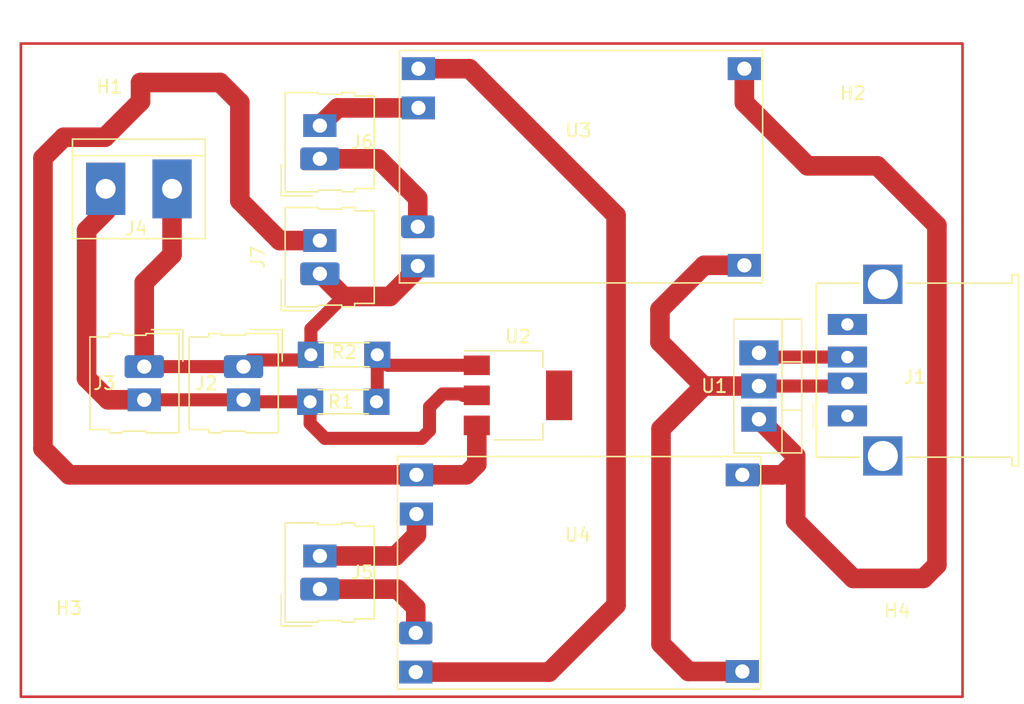
<source format=kicad_pcb>
(kicad_pcb (version 20211014) (generator pcbnew)
  (layers (0 "F.Cu" signal) (31 "B.Cu" signal) (34 "B.Paste" user) (35 "F.Paste" user) (36 "B.SilkS" user "B.Silkscreen") (37 "F.SilkS" user "F.Silkscreen") (38 "B.Mask" user) (39 "F.Mask" user) (44 "Edge.Cuts" user))
  (net 0 "")
  (net 4 "batery1-")
  (net 5 "batery1+")
  (net 6 "batery2-")
  (net 7 "batery2+")
  (net 8 "solarPanel+")
  (net 9 "solarPanel-")
  (net 10 "battery-")
  (net 11 "battery+")
  (net 12 "5v+")
  (net 13 "5.0v_bat")
  (net 14 "battery_series")
  (net 15 "Net-(R1-Pad2)")
  (footprint "smart_sensor:Package_TO_SOT_THT__TO-220-3_Vertical_solar_charger" (layer "F.Cu") (at 158.8775 50.465 -90)
    (fp_text reference "U1" (at 0.135 9.2775 unlocked) (layer "F.SilkS"))
    (fp_text value "LM7805_TO220")
    (fp_line (start -4.99 2.59) (end -4.99 7.77) (layer "F.SilkS") (width 0.12))
    (fp_line (start 1.981 2.59) (end 1.981 4.1) (layer "F.SilkS") (width 0.12))
    (fp_line (start -5 7.79) (end 5.25 7.78) (layer "F.SilkS") (width 0.12))
    (fp_line (start -4.99 4.1) (end 5.25 4.1) (layer "F.SilkS") (width 0.12))
    (fp_line (start 5.25 2.59) (end 5.25 7.78) (layer "F.SilkS") (width 0.12))
    (fp_line (start -1.72 2.59) (end -1.72 4.1) (layer "F.SilkS") (width 0.12))
    (fp_line (start -4.99 2.59) (end 5.25 2.59) (layer "F.SilkS") (width 0.12))
    (pad "1" thru_hole rect (at -2.41 5.86 270) (size 1.905 3) (drill 1.1) (layers *.Cu *.Mask) (net 8 "solarPanel+"))
    (pad "2" thru_hole rect (at 0.13 5.86 270) (size 1.905 2.7) (drill 1.1) (layers *.Cu *.Mask) (net 9 "solarPanel-"))
    (pad "3" thru_hole rect (at 2.67 5.86 270) (size 1.905 2.7) (drill 1.1) (layers *.Cu *.Mask) (net 12 "5v+"))
  )
  (footprint "smart_sensor:TerminalBlock__TerminalBlock_bornier-2_P5.08mm" (layer "F.Cu") (at 105.6 40.8 180)
    (fp_text reference "J4" (at 0.25 2.255 unlocked) (layer "F.SilkS"))
    (fp_text value "Screw_Terminal_01x02")
    (fp_line (start 5.13 9.11) (end 5.13 1.49) (layer "F.SilkS") (width 0.12))
    (fp_line (start 5.13 1.49) (end -5.03 1.49) (layer "F.SilkS") (width 0.12))
    (fp_line (start -5.03 9.11) (end 5.13 9.11) (layer "F.SilkS") (width 0.12))
    (fp_line (start -5.03 1.49) (end -5.03 9.11) (layer "F.SilkS") (width 0.12))
    (fp_line (start 5.13 7.84) (end -5.03 7.84) (layer "F.SilkS") (width 0.12))
    (pad "1" thru_hole rect (at -2.49 5.3 180) (size 3 4.5) (drill 1.52) (layers *.Cu *.Mask) (net 10 "battery-"))
    (pad "2" thru_hole rect (at 2.59 5.3 180) (size 3 4) (drill 1.52) (layers *.Cu *.Mask) (net 13 "5.0v_bat"))
  )
  (footprint "MountingHole:MountingHole_2mm" (layer "F.Cu") (at 100.2 70.8)
    (fp_text reference "H3" (at 0 -3.2) (layer "F.SilkS"))
    (fp_text value "MountingHole")
    (pad "" np_thru_hole circle (at 0 0) (size 2 2) (drill 2) (layers *.Cu *.Mask))
  )
  (footprint "smart_sensor:Connector_Molex_Molex_SL_171971-0004_1x02_P2.54mm_Vertical_squares" (layer "F.Cu") (at 117.8017 50.378 -90)
    (fp_text reference "J2" (at 0.02 7.0925 unlocked) (layer "F.SilkS"))
    (fp_text value "capacitor2")
    (fp_line (start -4.1 1.28) (end -1.69 1.28) (layer "F.SilkS") (width 0.12))
    (fp_line (start -3.8 1.58) (end -3.8 4.11) (layer "F.SilkS") (width 0.12))
    (fp_line (start 3.8 1.58) (end -3.8 1.58) (layer "F.SilkS") (width 0.12))
    (fp_line (start 3.8 6.9) (end 3.8 5.92) (layer "F.SilkS") (width 0.12))
    (fp_line (start -4.1 3.69) (end -4.1 1.28) (layer "F.SilkS") (width 0.12))
    (fp_line (start -3.8 6.9) (end -3.54 6.9) (layer "F.SilkS") (width 0.12))
    (fp_line (start 3.67 4.11) (end 3.8 4.11) (layer "F.SilkS") (width 0.12))
    (fp_line (start 3.54 8.4) (end 3.54 6.9) (layer "F.SilkS") (width 0.12))
    (fp_line (start 3.67 5.92) (end 3.67 4.11) (layer "F.SilkS") (width 0.12))
    (fp_line (start 3.8 4.11) (end 3.8 1.58) (layer "F.SilkS") (width 0.12))
    (fp_line (start 3.54 6.9) (end 3.8 6.9) (layer "F.SilkS") (width 0.12))
    (fp_line (start -3.54 8.4) (end 3.54 8.4) (layer "F.SilkS") (width 0.12))
    (fp_line (start -3.54 6.9) (end -3.54 8.4) (layer "F.SilkS") (width 0.12))
    (fp_line (start -3.8 5.92) (end -3.8 6.9) (layer "F.SilkS") (width 0.12))
    (fp_line (start -3.67 5.92) (end -3.8 5.92) (layer "F.SilkS") (width 0.12))
    (fp_line (start 3.8 5.92) (end 3.67 5.92) (layer "F.SilkS") (width 0.12))
    (fp_line (start -3.8 4.11) (end -3.67 4.11) (layer "F.SilkS") (width 0.12))
    (fp_line (start -3.67 4.11) (end -3.67 5.92) (layer "F.SilkS") (width 0.12))
    (pad "1" thru_hole roundrect (at -1.27 4.24 270) (size 1.74 3) (drill 1.09) (layers *.Cu *.Mask) (roundrect_rratio 0.143678) (net 10 "battery-"))
    (pad "2" thru_hole rect (at 1.27 4.24 270) (size 1.74 2.54) (drill 1.09) (layers *.Cu *.Mask) (net 13 "5.0v_bat"))
  )
  (footprint "Package_TO_SOT_SMD:SOT-223-3_TabPin2" (layer "F.Cu") (at 134.5692 51.308)
    (fp_text reference "U2" (at 0 -4.5) (layer "F.SilkS"))
    (fp_text value "LM1117-ADJ")
    (fp_line (start 1.91 -3.41) (end 1.91 -2.15) (layer "F.SilkS") (width 0.12))
    (fp_line (start -4.1 -3.41) (end 1.91 -3.41) (layer "F.SilkS") (width 0.12))
    (fp_line (start -1.85 3.41) (end 1.91 3.41) (layer "F.SilkS") (width 0.12))
    (fp_line (start 1.91 3.41) (end 1.91 2.15) (layer "F.SilkS") (width 0.12))
    (pad "1" smd rect (at -3.15 -2.3) (size 2 1.5) (layers "F.Cu" "F.Paste" "F.Mask") (net 15 "Net-(R1-Pad2)"))
    (pad "2" smd rect (at 3.15 0) (size 2 3.8) (layers "F.Cu" "F.Paste" "F.Mask") (net 13 "5.0v_bat"))
    (pad "2" smd rect (at -3.15 0) (size 2 1.5) (layers "F.Cu" "F.Paste" "F.Mask") (net 13 "5.0v_bat"))
    (pad "3" smd rect (at -3.15 2.3) (size 2 1.5) (layers "F.Cu" "F.Paste" "F.Mask") (net 11 "battery+"))
  )
  (footprint "MountingHole:MountingHole_2mm" (layer "F.Cu") (at 163.6 71)
    (fp_text reference "H4" (at 0 -3.2) (layer "F.SilkS"))
    (fp_text value "MountingHole")
    (pad "" np_thru_hole circle (at 0 0) (size 2 2) (drill 2) (layers *.Cu *.Mask))
  )
  (footprint "smart_sensor:Connector_Molex_Molex_SL_171971-0004_1x02_P2.54mm_Vertical_squares" (layer "F.Cu") (at 115.1675 31.93 90)
    (fp_text reference "J6" (at 0 7.4825 unlocked) (layer "F.SilkS"))
    (fp_text value "Conn_01x02_Female")
    (fp_line (start 3.54 8.4) (end 3.54 6.9) (layer "F.SilkS") (width 0.12))
    (fp_line (start 3.67 4.11) (end 3.8 4.11) (layer "F.SilkS") (width 0.12))
    (fp_line (start -3.67 5.92) (end -3.8 5.92) (layer "F.SilkS") (width 0.12))
    (fp_line (start 3.8 6.9) (end 3.8 5.92) (layer "F.SilkS") (width 0.12))
    (fp_line (start -3.8 1.58) (end -3.8 4.11) (layer "F.SilkS") (width 0.12))
    (fp_line (start -4.1 1.28) (end -1.69 1.28) (layer "F.SilkS") (width 0.12))
    (fp_line (start 3.8 4.11) (end 3.8 1.58) (layer "F.SilkS") (width 0.12))
    (fp_line (start -3.8 5.92) (end -3.8 6.9) (layer "F.SilkS") (width 0.12))
    (fp_line (start -3.8 6.9) (end -3.54 6.9) (layer "F.SilkS") (width 0.12))
    (fp_line (start -3.8 4.11) (end -3.67 4.11) (layer "F.SilkS") (width 0.12))
    (fp_line (start 3.8 5.92) (end 3.67 5.92) (layer "F.SilkS") (width 0.12))
    (fp_line (start -3.67 4.11) (end -3.67 5.92) (layer "F.SilkS") (width 0.12))
    (fp_line (start 3.8 1.58) (end -3.8 1.58) (layer "F.SilkS") (width 0.12))
    (fp_line (start 3.54 6.9) (end 3.8 6.9) (layer "F.SilkS") (width 0.12))
    (fp_line (start -4.1 3.69) (end -4.1 1.28) (layer "F.SilkS") (width 0.12))
    (fp_line (start 3.67 5.92) (end 3.67 4.11) (layer "F.SilkS") (width 0.12))
    (fp_line (start -3.54 6.9) (end -3.54 8.4) (layer "F.SilkS") (width 0.12))
    (fp_line (start -3.54 8.4) (end 3.54 8.4) (layer "F.SilkS") (width 0.12))
    (pad "1" thru_hole roundrect (at -1.27 4.24 90) (size 1.74 3) (drill 1.09) (layers *.Cu *.Mask) (roundrect_rratio 0.143678) (net 6 "batery2-"))
    (pad "2" thru_hole rect (at 1.27 4.24 90) (size 1.74 2.54) (drill 1.09) (layers *.Cu *.Mask) (net 7 "batery2+"))
  )
  (footprint "MountingHole:MountingHole_2mm" (layer "F.Cu") (at 100.07 27.8)
    (fp_text reference "H1" (at 3.23 -0.12) (layer "F.SilkS"))
    (fp_text value "MountingHole")
    (pad "" np_thru_hole circle (at 0 0) (size 2 2) (drill 2) (layers *.Cu *.Mask))
  )
  (footprint "smart_sensor:Connector_Molex_Molex_SL_171971-0004_1x02_P2.54mm_Vertical_squares" (layer "F.Cu") (at 115.1675 40.73 90)
    (fp_text reference "J7" (at 0 -0.5 90 unlocked) (layer "F.SilkS"))
    (fp_text value "capacitor1")
    (fp_line (start -3.54 8.4) (end 3.54 8.4) (layer "F.SilkS") (width 0.12))
    (fp_line (start 3.67 5.92) (end 3.67 4.11) (layer "F.SilkS") (width 0.12))
    (fp_line (start -3.8 4.11) (end -3.67 4.11) (layer "F.SilkS") (width 0.12))
    (fp_line (start -4.1 3.69) (end -4.1 1.28) (layer "F.SilkS") (width 0.12))
    (fp_line (start -3.8 1.58) (end -3.8 4.11) (layer "F.SilkS") (width 0.12))
    (fp_line (start -4.1 1.28) (end -1.69 1.28) (layer "F.SilkS") (width 0.12))
    (fp_line (start 3.67 4.11) (end 3.8 4.11) (layer "F.SilkS") (width 0.12))
    (fp_line (start 3.54 8.4) (end 3.54 6.9) (layer "F.SilkS") (width 0.12))
    (fp_line (start 3.8 6.9) (end 3.8 5.92) (layer "F.SilkS") (width 0.12))
    (fp_line (start 3.8 1.58) (end -3.8 1.58) (layer "F.SilkS") (width 0.12))
    (fp_line (start -3.67 5.92) (end -3.8 5.92) (layer "F.SilkS") (width 0.12))
    (fp_line (start -3.8 5.92) (end -3.8 6.9) (layer "F.SilkS") (width 0.12))
    (fp_line (start -3.54 6.9) (end -3.54 8.4) (layer "F.SilkS") (width 0.12))
    (fp_line (start -3.67 4.11) (end -3.67 5.92) (layer "F.SilkS") (width 0.12))
    (fp_line (start 3.8 5.92) (end 3.67 5.92) (layer "F.SilkS") (width 0.12))
    (fp_line (start 3.8 4.11) (end 3.8 1.58) (layer "F.SilkS") (width 0.12))
    (fp_line (start 3.54 6.9) (end 3.8 6.9) (layer "F.SilkS") (width 0.12))
    (fp_line (start -3.8 6.9) (end -3.54 6.9) (layer "F.SilkS") (width 0.12))
    (pad "1" thru_hole roundrect (at -1.27 4.24 90) (size 1.74 3) (drill 1.09) (layers *.Cu *.Mask) (roundrect_rratio 0.143678) (net 10 "battery-"))
    (pad "2" thru_hole rect (at 1.27 4.24 90) (size 1.74 2.54) (drill 1.09) (layers *.Cu *.Mask) (net 11 "battery+"))
  )
  (footprint "Resistor_THT:R_Axial_DIN0204_L3.6mm_D1.6mm_P5.08mm_Horizontal" (layer "F.Cu") (at 123.8 48.2 180)
    (fp_text reference "R2" (at 2.54 0.2) (layer "F.SilkS"))
    (fp_text value "R")
    (fp_line (start 0.62 0.92) (end 4.46 0.92) (layer "F.SilkS") (width 0.12))
    (fp_line (start 0.62 -0.92) (end 4.46 -0.92) (layer "F.SilkS") (width 0.12))
    (pad "1" thru_hole rect (at 0 0 180) (size 2 2) (drill 1) (layers *.Cu *.Mask) (net 15 "Net-(R1-Pad2)"))
    (pad "2" thru_hole rect (at 5.08 0 180) (size 2 2) (drill 1) (layers *.Cu *.Mask) (net 10 "battery-"))
  )
  (footprint "smart_sensor:tp4056" (layer "F.Cu") (at 139.5002 30.9028 180)
    (fp_text reference "U3" (at 0.305 -0.13 unlocked) (layer "F.SilkS"))
    (fp_text value "TP4056_complete_module")
    (fp_line (start 14 6) (end 14 -11.8) (layer "F.SilkS") (width 0.12))
    (fp_line (start -13.8 6) (end 13.95 6) (layer "F.SilkS") (width 0.12))
    (fp_line (start 14 -11.8) (end -13.75 -11.8) (layer "F.SilkS") (width 0.12))
    (fp_line (start -13.8 -11.8) (end -13.8 6) (layer "F.SilkS") (width 0.12))
    (pad "1" thru_hole roundrect (at 12.6 -7.5 270) (size 1.74 2.54) (drill 1.09) (layers *.Cu *.Mask) (roundrect_rratio 0.143678) (net 6 "batery2-"))
    (pad "2" thru_hole rect (at 12.55 1.6 270) (size 1.74 2.54) (drill 1.09) (layers *.Cu *.Mask) (net 7 "batery2+"))
    (pad "3" thru_hole rect (at 12.6 -10.5 270) (size 1.74 2.54) (drill 1.09) (layers *.Cu *.Mask) (net 10 "battery-"))
    (pad "4" thru_hole rect (at 12.55 4.6 270) (size 1.74 2.54) (drill 1.09) (layers *.Cu *.Mask) (net 14 "battery_series"))
    (pad "5" thru_hole rect (at -12.4 -10.45 270) (size 1.74 2.54) (drill 1.09) (layers *.Cu *.Mask) (net 9 "solarPanel-"))
    (pad "6" thru_hole rect (at -12.4 4.6 270) (size 1.74 2.54) (drill 1.09) (layers *.Cu *.Mask) (net 12 "5v+"))
  )
  (footprint "smart_sensor:Connector_Molex_Molex_SL_171971-0004_1x02_P2.54mm_Vertical_squares" (layer "F.Cu") (at 110.2017 50.378 -90)
    (fp_text reference "J3" (at 0 7.2825 unlocked) (layer "F.SilkS"))
    (fp_text value "Conn_01x02_Female")
    (fp_line (start -3.8 1.58) (end -3.8 4.11) (layer "F.SilkS") (width 0.12))
    (fp_line (start 3.67 4.11) (end 3.8 4.11) (layer "F.SilkS") (width 0.12))
    (fp_line (start -3.54 8.4) (end 3.54 8.4) (layer "F.SilkS") (width 0.12))
    (fp_line (start -3.8 6.9) (end -3.54 6.9) (layer "F.SilkS") (width 0.12))
    (fp_line (start -3.54 6.9) (end -3.54 8.4) (layer "F.SilkS") (width 0.12))
    (fp_line (start -3.67 5.92) (end -3.8 5.92) (layer "F.SilkS") (width 0.12))
    (fp_line (start 3.54 6.9) (end 3.8 6.9) (layer "F.SilkS") (width 0.12))
    (fp_line (start -3.8 5.92) (end -3.8 6.9) (layer "F.SilkS") (width 0.12))
    (fp_line (start -3.8 4.11) (end -3.67 4.11) (layer "F.SilkS") (width 0.12))
    (fp_line (start 3.54 8.4) (end 3.54 6.9) (layer "F.SilkS") (width 0.12))
    (fp_line (start 3.67 5.92) (end 3.67 4.11) (layer "F.SilkS") (width 0.12))
    (fp_line (start -3.67 4.11) (end -3.67 5.92) (layer "F.SilkS") (width 0.12))
    (fp_line (start -4.1 3.69) (end -4.1 1.28) (layer "F.SilkS") (width 0.12))
    (fp_line (start 3.8 5.92) (end 3.67 5.92) (layer "F.SilkS") (width 0.12))
    (fp_line (start 3.8 1.58) (end -3.8 1.58) (layer "F.SilkS") (width 0.12))
    (fp_line (start 3.8 4.11) (end 3.8 1.58) (layer "F.SilkS") (width 0.12))
    (fp_line (start -4.1 1.28) (end -1.69 1.28) (layer "F.SilkS") (width 0.12))
    (fp_line (start 3.8 6.9) (end 3.8 5.92) (layer "F.SilkS") (width 0.12))
    (pad "1" thru_hole roundrect (at -1.27 4.24 270) (size 1.74 3) (drill 1.09) (layers *.Cu *.Mask) (roundrect_rratio 0.143678) (net 10 "battery-"))
    (pad "2" thru_hole rect (at 1.27 4.24 270) (size 1.74 2.54) (drill 1.09) (layers *.Cu *.Mask) (net 13 "5.0v_bat"))
  )
  (footprint "smart_sensor:Connector_USB__USB_A_Molex_67643_Horizontal" (layer "F.Cu") (at 170.5108 50.0976 90)
    (fp_text reference "J1" (at 0.2 -5.56 unlocked) (layer "F.SilkS"))
    (fp_text value "USB_A")
    (fp_line (start -5.94 1.86) (end -5.94 -6.25) (layer "F.SilkS") (width 0.12))
    (fp_line (start 8.03 1.86) (end 7.38 1.86) (layer "F.SilkS") (width 0.12))
    (fp_line (start -6.59 1.86) (end -6.59 2.38) (layer "F.SilkS") (width 0.12))
    (fp_line (start -3.68 -13.32) (end -1.88 -13.32) (layer "F.SilkS") (width 0.12))
    (fp_line (start 7.38 -6.25) (end 7.38 1.86) (layer "F.SilkS") (width 0.12))
    (fp_line (start 8.03 2.38) (end 8.03 1.86) (layer "F.SilkS") (width 0.12))
    (fp_line (start -5.94 1.86) (end -6.59 1.86) (layer "F.SilkS") (width 0.12))
    (fp_line (start -5.94 -13.1) (end -5.94 -9.77) (layer "F.SilkS") (width 0.12))
    (fp_line (start -6.59 2.38) (end 8.03 2.38) (layer "F.SilkS") (width 0.12))
    (fp_line (start -5.94 -13.1) (end 7.38 -13.1) (layer "F.SilkS") (width 0.12))
    (fp_line (start 7.38 -13.1) (end 7.38 -9.77) (layer "F.SilkS") (width 0.12))
    (pad "1" thru_hole rect (at -2.78 -10.72 90) (size 1.6 3) (drill 0.95) (layers *.Cu *.Mask))
    (pad "2" thru_hole rect (at -0.28 -10.72 90) (size 1.6 3) (drill 0.95) (layers *.Cu *.Mask) (net 9 "solarPanel-"))
    (pad "3" thru_hole rect (at 1.72 -10.72 90) (size 1.6 3) (drill 0.95) (layers *.Cu *.Mask) (net 8 "solarPanel+"))
    (pad "4" thru_hole rect (at 4.22 -10.72 90) (size 1.6 3) (drill 0.95) (layers *.Cu *.Mask))
    (pad "5" thru_hole custom (at 7.29 -8.01 90) (size 3 3) (drill 2.3) (layers *.Cu *.Mask) (options (clearance outline) (anchor rect)) (primitives))
    (pad "5" thru_hole rect (at -5.85 -8.01 90) (size 3 3) (drill 2.3) (layers *.Cu *.Mask))
  )
  (footprint "MountingHole:MountingHole_2mm" (layer "F.Cu") (at 163.8 28.2)
    (fp_text reference "H2" (at -3.59 -0.02) (layer "F.SilkS"))
    (fp_text value "MountingHole")
    (pad "" np_thru_hole circle (at 0 0) (size 2 2) (drill 2) (layers *.Cu *.Mask))
  )
  (footprint "smart_sensor:Connector_Molex_Molex_SL_171971-0004_1x02_P2.54mm_Vertical_squares" (layer "F.Cu") (at 115.1675 64.8716 90)
    (fp_text reference "J5" (at 0 7.4825 unlocked) (layer "F.SilkS"))
    (fp_text value "Conn_01x02_Female")
    (fp_line (start 3.67 4.11) (end 3.8 4.11) (layer "F.SilkS") (width 0.12))
    (fp_line (start -3.54 6.9) (end -3.54 8.4) (layer "F.SilkS") (width 0.12))
    (fp_line (start 3.54 6.9) (end 3.8 6.9) (layer "F.SilkS") (width 0.12))
    (fp_line (start -4.1 3.69) (end -4.1 1.28) (layer "F.SilkS") (width 0.12))
    (fp_line (start 3.67 5.92) (end 3.67 4.11) (layer "F.SilkS") (width 0.12))
    (fp_line (start 3.54 8.4) (end 3.54 6.9) (layer "F.SilkS") (width 0.12))
    (fp_line (start 3.8 6.9) (end 3.8 5.92) (layer "F.SilkS") (width 0.12))
    (fp_line (start 3.8 5.92) (end 3.67 5.92) (layer "F.SilkS") (width 0.12))
    (fp_line (start -4.1 1.28) (end -1.69 1.28) (layer "F.SilkS") (width 0.12))
    (fp_line (start -3.8 6.9) (end -3.54 6.9) (layer "F.SilkS") (width 0.12))
    (fp_line (start -3.67 5.92) (end -3.8 5.92) (layer "F.SilkS") (width 0.12))
    (fp_line (start 3.8 4.11) (end 3.8 1.58) (layer "F.SilkS") (width 0.12))
    (fp_line (start -3.8 5.92) (end -3.8 6.9) (layer "F.SilkS") (width 0.12))
    (fp_line (start -3.67 4.11) (end -3.67 5.92) (layer "F.SilkS") (width 0.12))
    (fp_line (start -3.8 1.58) (end -3.8 4.11) (layer "F.SilkS") (width 0.12))
    (fp_line (start 3.8 1.58) (end -3.8 1.58) (layer "F.SilkS") (width 0.12))
    (fp_line (start -3.54 8.4) (end 3.54 8.4) (layer "F.SilkS") (width 0.12))
    (fp_line (start -3.8 4.11) (end -3.67 4.11) (layer "F.SilkS") (width 0.12))
    (pad "1" thru_hole roundrect (at -1.27 4.24 90) (size 1.74 3) (drill 1.09) (layers *.Cu *.Mask) (roundrect_rratio 0.143678) (net 4 "batery1-"))
    (pad "2" thru_hole rect (at 1.27 4.24 90) (size 1.74 2.54) (drill 1.09) (layers *.Cu *.Mask) (net 5 "batery1+"))
  )
  (footprint "Resistor_THT:R_Axial_DIN0204_L3.6mm_D1.6mm_P5.08mm_Horizontal" (layer "F.Cu") (at 118.66 51.8)
    (fp_text reference "R1" (at 2.34 0) (layer "F.SilkS"))
    (fp_text value "R")
    (fp_line (start 0.62 -0.92) (end 4.46 -0.92) (layer "F.SilkS") (width 0.12))
    (fp_line (start 0.62 0.92) (end 4.46 0.92) (layer "F.SilkS") (width 0.12))
    (pad "1" thru_hole rect (at 0 0) (size 2 2) (drill 1) (layers *.Cu *.Mask) (net 13 "5.0v_bat"))
    (pad "2" thru_hole rect (at 5.08 0) (size 2 2) (drill 1) (layers *.Cu *.Mask) (net 15 "Net-(R1-Pad2)"))
  )
  (footprint "smart_sensor:tp4056" (layer "F.Cu") (at 139.3478 61.9924 180)
    (fp_text reference "U4" (at 0.2 0 unlocked) (layer "F.SilkS"))
    (fp_text value "TP4056_complete_module")
    (fp_line (start 14 -11.8) (end -13.75 -11.8) (layer "F.SilkS") (width 0.12))
    (fp_line (start -13.8 -11.8) (end -13.8 6) (layer "F.SilkS") (width 0.12))
    (fp_line (start 14 6) (end 14 -11.8) (layer "F.SilkS") (width 0.12))
    (fp_line (start -13.8 6) (end 13.95 6) (layer "F.SilkS") (width 0.12))
    (pad "1" thru_hole roundrect (at 12.6 -7.5 270) (size 1.74 2.54) (drill 1.09) (layers *.Cu *.Mask) (roundrect_rratio 0.143678) (net 4 "batery1-"))
    (pad "2" thru_hole rect (at 12.55 1.6 270) (size 1.74 2.54) (drill 1.09) (layers *.Cu *.Mask) (net 5 "batery1+"))
    (pad "3" thru_hole rect (at 12.6 -10.5 270) (size 1.74 2.54) (drill 1.09) (layers *.Cu *.Mask) (net 14 "battery_series"))
    (pad "4" thru_hole rect (at 12.55 4.6 270) (size 1.74 2.54) (drill 1.09) (layers *.Cu *.Mask) (net 11 "battery+"))
    (pad "5" thru_hole rect (at -12.4 -10.45 270) (size 1.74 2.54) (drill 1.09) (layers *.Cu *.Mask) (net 9 "solarPanel-"))
    (pad "6" thru_hole rect (at -12.4 4.6 270) (size 1.74 2.54) (drill 1.09) (layers *.Cu *.Mask) (net 12 "5v+"))
  )
  (gr_rect (start 168.6 24.3776) (end 96.52 74.3776) (layer "F.Cu") (width 0.2) (fill none))
  (segment (start 126.7478 69.4924) (end 126.7478 67.5478) (width 1.5) (layer "F.Cu") (net 4))
  (segment (start 125.3416 66.1416) (end 119.4075 66.1416) (width 1.5) (layer "F.Cu") (net 4))
  (segment (start 126.7478 67.5478) (end 125.3416 66.1416) (width 1.5) (layer "F.Cu") (net 4))
  (segment (start 126.7978 62.0022) (end 125.1984 63.6016) (width 1.5) (layer "F.Cu") (net 5))
  (segment (start 126.7978 60.3924) (end 126.7978 62.0022) (width 1.5) (layer "F.Cu") (net 5))
  (segment (start 125.1984 63.6016) (end 119.4075 63.6016) (width 1.5) (layer "F.Cu") (net 5))
  (segment (start 123.878 33.2) (end 126.9002 36.2222) (width 1.5) (layer "F.Cu") (net 6))
  (segment (start 126.9002 36.2222) (end 126.9002 38.4028) (width 1.5) (layer "F.Cu") (net 6))
  (segment (start 119.4075 33.2) (end 123.878 33.2) (width 1.5) (layer "F.Cu") (net 6))
  (segment (start 126.9502 29.3028) (end 120.7647 29.3028) (width 1.5) (layer "F.Cu") (net 7))
  (segment (start 119.4175 30.67) (end 119.4075 30.66) (width 1) (layer "F.Cu") (net 7))
  (segment (start 120.7647 29.3028) (end 119.4075 30.66) (width 1.5) (layer "F.Cu") (net 7))
  (segment (start 153.3401 48.3776) (end 153.0175 48.055) (width 1) (layer "F.Cu") (net 8))
  (segment (start 159.7908 48.3776) (end 153.3401 48.3776) (width 1) (layer "F.Cu") (net 8))
  (segment (start 153.3425 48.38) (end 153.0175 48.055) (width 1) (layer "F.Cu") (net 8))
  (segment (start 145.52 53.87) (end 145.52 70.336) (width 1.5) (layer "F.Cu") (net 9))
  (segment (start 145.44 44.74) (end 145.44 47.24) (width 1.5) (layer "F.Cu") (net 9))
  (segment (start 148.795 50.595) (end 145.52 53.87) (width 1.5) (layer "F.Cu") (net 9))
  (segment (start 147.6264 72.4424) (end 151.7478 72.4424) (width 1.5) (layer "F.Cu") (net 9))
  (segment (start 159.5734 50.595) (end 159.7908 50.3776) (width 1) (layer "F.Cu") (net 9))
  (segment (start 145.44 44.74) (end 148.8272 41.3528) (width 1.5) (layer "F.Cu") (net 9))
  (segment (start 145.52 70.336) (end 147.6264 72.4424) (width 1.5) (layer "F.Cu") (net 9))
  (segment (start 153.0175 50.595) (end 159.5734 50.595) (width 1) (layer "F.Cu") (net 9))
  (segment (start 145.44 47.24) (end 148.795 50.595) (width 1.5) (layer "F.Cu") (net 9))
  (segment (start 153.0175 50.595) (end 148.795 50.595) (width 1.5) (layer "F.Cu") (net 9))
  (segment (start 148.8272 41.3528) (end 151.9002 41.3528) (width 1.5) (layer "F.Cu") (net 9))
  (segment (start 153.1125 50.69) (end 153.0175 50.595) (width 1) (layer "F.Cu") (net 9))
  (segment (start 114.0697 48.6) (end 118.32 48.6) (width 1) (layer "F.Cu") (net 10))
  (segment (start 121.2088 43.7388) (end 124.7648 43.7388) (width 1.5) (layer "F.Cu") (net 10))
  (segment (start 113.5617 49.108) (end 105.9617 49.108) (width 1) (layer "F.Cu") (net 10))
  (segment (start 113.5617 49.108) (end 114.0697 48.6) (width 1) (layer "F.Cu") (net 10))
  (segment (start 118.72 46.2276) (end 121.2088 43.7388) (width 1) (layer "F.Cu") (net 10))
  (segment (start 119.47 42) (end 121.2088 43.7388) (width 1.5) (layer "F.Cu") (net 10))
  (segment (start 118.72 48.2) (end 118.72 46.2276) (width 1) (layer "F.Cu") (net 10))
  (segment (start 108.09 40.54) (end 108.09 35.5) (width 1.5) (layer "F.Cu") (net 10))
  (segment (start 124.7648 43.7388) (end 126.9002 41.6034) (width 1.5) (layer "F.Cu") (net 10))
  (segment (start 105.9625 42.6675) (end 105.9625 49.1072) (width 1.5) (layer "F.Cu") (net 10))
  (segment (start 119.4075 42) (end 119.47 42) (width 1.5) (layer "F.Cu") (net 10))
  (segment (start 105.9625 42.6675) (end 108.09 40.54) (width 1.5) (layer "F.Cu") (net 10))
  (segment (start 105.9625 49.1072) (end 105.9617 49.108) (width 1.5) (layer "F.Cu") (net 10))
  (segment (start 126.9002 41.6034) (end 126.9002 41.4028) (width 1.5) (layer "F.Cu") (net 10))
  (segment (start 118.32 48.6) (end 118.72 48.2) (width 1) (layer "F.Cu") (net 10))
  (segment (start 100.2124 57.3924) (end 98.21 55.39) (width 1.5) (layer "F.Cu") (net 11))
  (segment (start 113.28 28.88) (end 113.28 36.41) (width 1.5) (layer "F.Cu") (net 11))
  (segment (start 102.95 31.55) (end 105.68 28.82) (width 1.5) (layer "F.Cu") (net 11))
  (segment (start 131.4192 56.5808) (end 131.4192 53.608) (width 1.5) (layer "F.Cu") (net 11))
  (segment (start 126.7978 57.3924) (end 130.6076 57.3924) (width 1.5) (layer "F.Cu") (net 11))
  (segment (start 99.8 31.55) (end 102.95 31.55) (width 1.5) (layer "F.Cu") (net 11))
  (segment (start 105.68 27.36) (end 111.76 27.36) (width 1.5) (layer "F.Cu") (net 11))
  (segment (start 105.68 28.82) (end 105.68 27.36) (width 1.5) (layer "F.Cu") (net 11))
  (segment (start 98.21 55.39) (end 98.21 33.14) (width 1.5) (layer "F.Cu") (net 11))
  (segment (start 98.21 33.14) (end 99.8 31.55) (width 1.5) (layer "F.Cu") (net 11))
  (segment (start 113.28 36.41) (end 116.33 39.46) (width 1.5) (layer "F.Cu") (net 11))
  (segment (start 126.7978 57.3924) (end 100.2124 57.3924) (width 1.5) (layer "F.Cu") (net 11))
  (segment (start 116.33 39.46) (end 119.4075 39.46) (width 1.5) (layer "F.Cu") (net 11))
  (segment (start 130.6076 57.3924) (end 131.4192 56.5808) (width 1.5) (layer "F.Cu") (net 11))
  (segment (start 111.76 27.36) (end 113.28 28.88) (width 1.5) (layer "F.Cu") (net 11))
  (segment (start 153.0175 53.135) (end 155.83 55.9475) (width 1.5) (layer "F.Cu") (net 12))
  (segment (start 156.74 33.74) (end 151.9002 28.9002) (width 1.5) (layer "F.Cu") (net 12))
  (segment (start 151.9002 28.9002) (end 151.9002 26.3028) (width 1.5) (layer "F.Cu") (net 12))
  (segment (start 154.8 57.4) (end 154.7924 57.3924) (width 1.5) (layer "F.Cu") (net 12))
  (segment (start 154.7924 57.3924) (end 151.7478 57.3924) (width 1.5) (layer "F.Cu") (net 12))
  (segment (start 162.08 33.74) (end 156.74 33.74) (width 1.5) (layer "F.Cu") (net 12))
  (segment (start 166.64 64.29) (end 166.64 38.3) (width 1.5) (layer "F.Cu") (net 12))
  (segment (start 166.64 38.3) (end 162.08 33.74) (width 1.5) (layer "F.Cu") (net 12))
  (segment (start 160.23 65.32) (end 165.61 65.32) (width 1.5) (layer "F.Cu") (net 12))
  (segment (start 155.83 55.9475) (end 155.83 60.92) (width 1.5) (layer "F.Cu") (net 12))
  (segment (start 155.83 56.37) (end 154.8 57.4) (width 1.5) (layer "F.Cu") (net 12))
  (segment (start 165.61 65.32) (end 166.64 64.29) (width 1.5) (layer "F.Cu") (net 12))
  (segment (start 155.83 55.9475) (end 155.83 56.37) (width 1.5) (layer "F.Cu") (net 12))
  (segment (start 155.83 60.92) (end 160.23 65.32) (width 1.5) (layer "F.Cu") (net 12))
  (segment (start 113.5617 51.648) (end 105.9617 51.648) (width 1) (layer "F.Cu") (net 13))
  (segment (start 103.01 37.22) (end 103.01 35.5) (width 1.5) (layer "F.Cu") (net 13))
  (segment (start 105.9617 51.648) (end 103.1917 51.648) (width 1.5) (layer "F.Cu") (net 13))
  (segment (start 127.2 54.6) (end 119.8 54.6) (width 1) (layer "F.Cu") (net 13))
  (segment (start 101.55 38.68) (end 101.55 50.0047) (width 1.5) (layer "F.Cu") (net 13))
  (segment (start 101.55 38.68) (end 103.01 37.22) (width 1.5) (layer "F.Cu") (net 13))
  (segment (start 131.4192 51.308) (end 130.3692 51.308) (width 1) (layer "F.Cu") (net 13))
  (segment (start 118.66 53.46) (end 118.66 51.8) (width 1) (layer "F.Cu") (net 13))
  (segment (start 130.2612 51.2) (end 128.8 51.2) (width 1) (layer "F.Cu") (net 13))
  (segment (start 128.8 51.2) (end 127.8 52.2) (width 1) (layer "F.Cu") (net 13))
  (segment (start 119.8 54.6) (end 118.66 53.46) (width 1) (layer "F.Cu") (net 13))
  (segment (start 127.8 52.2) (end 127.8 54) (width 1) (layer "F.Cu") (net 13))
  (segment (start 101.55 50.0047) (end 101.5492 50.0055) (width 1.5) (layer "F.Cu") (net 13))
  (segment (start 103.1917 51.648) (end 101.5492 50.0055) (width 1.5) (layer "F.Cu") (net 13))
  (segment (start 130.3692 51.308) (end 130.2612 51.2) (width 1) (layer "F.Cu") (net 13))
  (segment (start 113.7137 51.8) (end 113.5617 51.648) (width 1) (layer "F.Cu") (net 13))
  (segment (start 127.8 54) (end 127.2 54.6) (width 1) (layer "F.Cu") (net 13))
  (segment (start 118.66 51.8) (end 113.7137 51.8) (width 1) (layer "F.Cu") (net 13))
  (segment (start 136.956 72.4924) (end 126.7478 72.4924) (width 1.5) (layer "F.Cu") (net 14))
  (segment (start 142.08 67.3684) (end 136.956 72.4924) (width 1.5) (layer "F.Cu") (net 14))
  (segment (start 130.8528 26.3028) (end 142.08 37.53) (width 1.5) (layer "F.Cu") (net 14))
  (segment (start 142.08 37.53) (end 142.08 67.3684) (width 1.5) (layer "F.Cu") (net 14))
  (segment (start 126.9502 26.3028) (end 130.8528 26.3028) (width 1.5) (layer "F.Cu") (net 14))
  (segment (start 124.608 49.008) (end 123.8 48.2) (width 1) (layer "F.Cu") (net 15))
  (segment (start 123.8 48.2) (end 123.8 51.74) (width 1) (layer "F.Cu") (net 15))
  (segment (start 123.8 51.74) (end 123.74 51.8) (width 1) (layer "F.Cu") (net 15))
  (segment (start 131.4192 49.008) (end 124.608 49.008) (width 1) (layer "F.Cu") (net 15))
)
</source>
